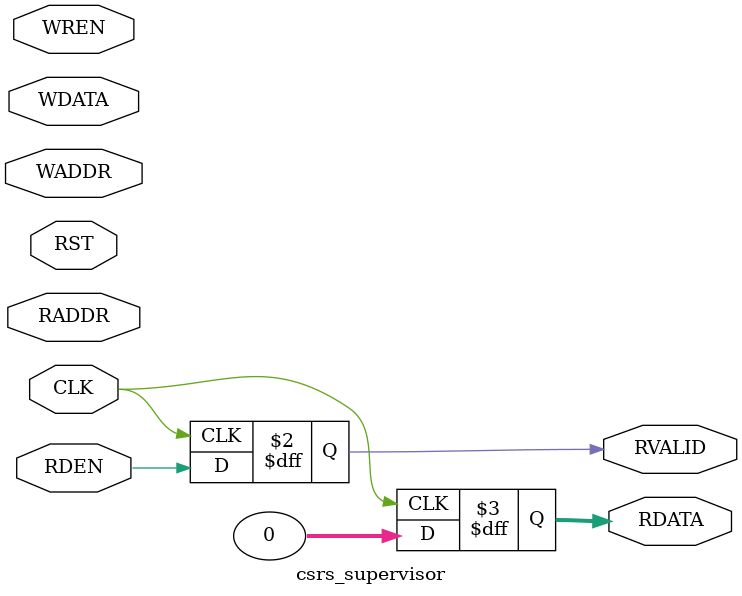
<source format=v>
module csrs_supervisor
    (
        /* ----- 制御 ----- */
        input wire CLK,
        input wire RST,

        /* ----- CSRアクセス ----- */
        // 読み
        input wire          RDEN,
        input wire  [11:0]  RADDR,
        output reg          RVALID,
        output reg  [31:0]  RDATA,

        // 書き
        input wire          WREN,
        input wire  [11:0]  WADDR,
        input wire  [31:0]  WDATA
    );

    // reg [31:0] csr [0:1023];

    always @ (posedge CLK) begin
        RVALID <= RDEN;
        RDATA <= 32'b0;
    end

endmodule

</source>
